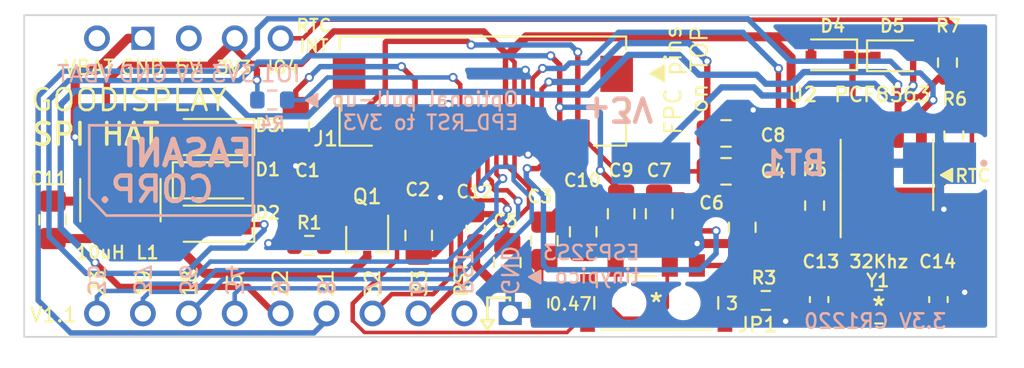
<source format=kicad_pcb>
(kicad_pcb (version 20211014) (generator pcbnew)
  (layers (0 "F.Cu" signal) (31 "B.Cu" signal) (34 "B.Paste" user) (35 "F.Paste" user) (36 "B.SilkS" user "B.Silkscreen") (37 "F.SilkS" user "F.Silkscreen") (38 "B.Mask" user) (39 "F.Mask" user) (44 "Edge.Cuts" user))
  (net 0 "")
  (net 2 "GND")
  (net 4 "+3V3")
  (net 6 "/EPD_RST")
  (net 7 "/EPD_BUSY")
  (net 8 "Net-(BT1-Pad1)")
  (net 9 "Net-(C13-Pad2)")
  (net 10 "/EPD_CS")
  (net 11 "/EPD_CLK")
  (net 12 "/EPD_DC")
  (net 13 "/EPD_MOSI")
  (net 14 "Net-(JP1-Pad3)")
  (net 15 "Net-(C1-Pad2)")
  (net 16 "Net-(JP1-Pad1)")
  (net 17 "/VCOM")
  (net 18 "Net-(C2-Pad2)")
  (net 19 "Net-(C3-Pad2)")
  (net 20 "Net-(C6-Pad2)")
  (net 21 "Net-(C7-Pad2)")
  (net 22 "Net-(C8-Pad2)")
  (net 23 "PREVGH")
  (net 24 "Net-(C10-Pad2)")
  (net 25 "Net-(C11-Pad1)")
  (net 26 "Net-(C11-Pad2)")
  (net 29 "Net-(J1-Pad22)")
  (net 30 "Net-(J1-Pad23)")
  (net 32 "Net-(C14-Pad2)")
  (net 33 "Net-(D4-Pad1)")
  (net 34 "/RTC_INT")
  (net 35 "/I2C_SDA")
  (net 36 "/I2C_SCL")
  (footprint "Capacitor_SMD:C_0805_2012Metric_Pad1.18x1.45mm_HandSolder" (layer "F.Cu") (at 98.95 48.5 90)
    (fp_text reference "C5")
    (fp_text value "1uF")
  )
  (footprint "Capacitor_SMD:C_0805_2012Metric_Pad1.18x1.45mm_HandSolder" (layer "F.Cu") (at 111.05 41.35 180)
    (fp_text reference "C8")
    (fp_text value "1uF")
  )
  (footprint "Capacitor_SMD:C_0805_2012Metric_Pad1.18x1.45mm_HandSolder" (layer "F.Cu") (at 87.25 40.95 90)
    (fp_text reference "C1")
    (fp_text value "4.7uF")
  )
  (footprint "Diode_SMD:D_SOD-323" (layer "F.Cu") (at 116.8 36.995 180)
    (fp_text reference "D4")
    (fp_text value "1N4148WS" hide)
  )
  (footprint "Package_TO_SOT_SMD:SOT-323_SC-70" (layer "F.Cu") (at 91.2 47.2 -90)
    (fp_text reference "Q1")
    (fp_text value "Si1308")
  )
  (footprint "Resistor_SMD:R_0603_1608Metric" (layer "F.Cu") (at 113.25 50.6)
    (fp_text reference "R3")
    (fp_text value "3R")
  )
  (footprint "Capacitor_SMD:C_0805_2012Metric_Pad1.18x1.45mm_HandSolder" (layer "F.Cu") (at 107.35 45.8 90)
    (fp_text reference "C7")
    (fp_text value "4.7uF")
  )
  (footprint "footprint:Q13FC1350000400-Crystal" (layer "F.Cu") (at 119.5 50.95 180)
    (fp_text reference "Y1")
    (fp_text value "Crystal_Small" hide)
  )
  (footprint "Capacitor_SMD:C_0603_1608Metric" (layer "F.Cu") (at 97.2 46.6 90)
    (fp_text reference "C12")
    (fp_text value "4.7uF")
  )
  (footprint "footprint:switch-MK-12C02-G020" (layer "F.Cu") (at 107.19 50.74)
    (fp_text reference "JP1")
    (fp_text value "selector" hide)
  )
  (footprint "Resistor_SMD:R_0603_1608Metric" (layer "F.Cu") (at 123.3 37.425 90)
    (fp_text reference "R7")
    (fp_text value "4.7K")
  )
  (footprint "Diode_SMD:D_SOD-123" (layer "F.Cu") (at 82.7 43.95)
    (fp_text reference "D1")
    (fp_text value "MBR0530" hide)
  )
  (footprint "Resistor_SMD:R_0603_1608Metric" (layer "F.Cu") (at 115.95 45.35 90)
    (fp_text reference "R5")
    (fp_text value "10 K")
  )
  (footprint "Capacitor_SMD:C_0805_2012Metric_Pad1.18x1.45mm_HandSolder" (layer "F.Cu") (at 105.25 45.8 90)
    (fp_text reference "C9")
    (fp_text value "4.7uF")
  )
  (footprint "Capacitor_SMD:C_0805_2012Metric_Pad1.18x1.45mm_HandSolder" (layer "F.Cu") (at 94.05 47 90)
    (fp_text reference "C2")
    (fp_text value "4.7uF")
  )
  (footprint "Diode_SMD:D_SOD-123" (layer "F.Cu") (at 82.7 41.55 180)
    (fp_text reference "D3")
    (fp_text value "MBR0530")
  )
  (footprint "Diode_SMD:D_SOD-323" (layer "F.Cu") (at 120.35 37.05)
    (fp_text reference "D5")
    (fp_text value "1N4148WS" hide)
  )
  (footprint "Resistor_SMD:R_0603_1608Metric" (layer "F.Cu") (at 100.7 50.75 90)
    (fp_text reference "R2" hide)
    (fp_text value "0.47R")
  )
  (footprint "Capacitor_SMD:C_0805_2012Metric_Pad1.18x1.45mm_HandSolder" (layer "F.Cu") (at 111.05 43.45 180)
    (fp_text reference "C4")
    (fp_text value "1uF")
  )
  (footprint "footprint:SWPA4030S1R0NT" (layer "F.Cu") (at 77.55 45.05 90)
    (fp_text reference "L1")
    (fp_text value "10uH")
  )
  (footprint "Resistor_SMD:R_0603_1608Metric" (layer "F.Cu") (at 88 47.55 180)
    (fp_text reference "R1")
    (fp_text value "10K")
  )
  (footprint "footprint:TinyESP32" (layer "F.Cu") (at 90.19 43.81 90)
    (fp_text reference "U1" hide)
    (fp_text value "TinypicoESP32_Symbol" hide)
  )
  (footprint "Capacitor_SMD:C_0805_2012Metric_Pad1.18x1.45mm_HandSolder" (layer "F.Cu") (at 111.95 46.55 90)
    (fp_text reference "C6")
    (fp_text value "1uF")
  )
  (footprint "footprint:AFC24-S24FIC-00" (layer "F.Cu") (at 97.6 39.004399 180)
    (fp_text reference "J1")
    (fp_text value "AFC24-S24FIC-00" hide)
  )
  (footprint "Resistor_SMD:R_0603_1608Metric" (layer "F.Cu") (at 123.65 41.475 90)
    (fp_text reference "R6")
    (fp_text value "4.7K")
  )
  (footprint "Capacitor_SMD:C_0805_2012Metric_Pad1.18x1.45mm_HandSolder" (layer "F.Cu") (at 103.15 46.8 90)
    (fp_text reference "C10")
    (fp_text value "4.7uF")
  )
  (footprint "Capacitor_SMD:C_0603_1608Metric" (layer "F.Cu") (at 116.2 50.55 -90)
    (fp_text reference "C13")
    (fp_text value "12 pF")
  )
  (footprint "Diode_SMD:D_SOD-123" (layer "F.Cu") (at 82.7 46.35 180)
    (fp_text reference "D2")
    (fp_text value "MBR0530" hide)
  )
  (footprint "Capacitor_SMD:C_0603_1608Metric" (layer "F.Cu") (at 122.8 50.55 -90)
    (fp_text reference "C14")
    (fp_text value "12 pF")
  )
  (footprint "Capacitor_SMD:C_0805_2012Metric_Pad1.18x1.45mm_HandSolder" (layer "F.Cu") (at 73.8 46.1375 -90)
    (fp_text reference "C11")
    (fp_text value "4.7uF 50V")
  )
  (footprint "Package_SO:SOIC-8_3.9x4.9mm_P1.27mm" (layer "F.Cu") (at 119.95 43.65 90)
    (fp_text reference "U2")
    (fp_text value "PCF8563T")
  )
  (footprint "Capacitor_SMD:C_0805_2012Metric_Pad1.18x1.45mm_HandSolder" (layer "F.Cu") (at 101 47.3 90)
    (fp_text reference "C3")
    (fp_text value "4.7uF")
  )
  (footprint "footprint:CR12202ZX" (layer "B.Cu") (at 114.71 43 180)
    (fp_text reference "BT1")
    (fp_text value "CR1220" hide)
  )
  (footprint "Resistor_SMD:R_0603_1608Metric" (layer "B.Cu") (at 85.95 39.5 180)
    (fp_text reference "R4")
    (fp_text value "10K")
  )
  (gr_line (start 84.875 40.9) (end 75.825 40.9) (layer "B.SilkS") (width 0.15))
  (gr_line (start 84.875 45.9) (end 84.875 40.9) (layer "B.SilkS") (width 0.15))
  (gr_line (start 75.825 40.9) (end 75.825 44.9) (layer "B.SilkS") (width 0.15))
  (gr_line (start 75.825 44.9) (end 76.775 45.9) (layer "B.SilkS") (width 0.15))
  (gr_line (start 76.775 45.9) (end 84.875 45.9) (layer "B.SilkS") (width 0.15))
  (gr_line (start 97.85 51.7) (end 97.85 50.45) (layer "F.SilkS") (width 0.15))
  (gr_line (start 97.85 52.2) (end 97.5 51.7) (layer "F.SilkS") (width 0.15))
  (gr_line (start 97.85 50.45) (end 99.1 50.45) (layer "F.SilkS") (width 0.15))
  (gr_line (start 97.55 51.7) (end 98.2 51.7) (layer "F.SilkS") (width 0.15))
  (gr_line (start 99.1 50.45) (end 99.1 50.6) (layer "F.SilkS") (width 0.15))
  (gr_line (start 98.2 51.7) (end 97.85 52.2) (layer "F.SilkS") (width 0.15))
  (gr_line (start 72.23 52.62) (end 126 52.62) (layer "Edge.Cuts") (width 0.1))
  (gr_line (start 72.23 34.8) (end 72.23 52.62) (layer "Edge.Cuts") (width 0.1))
  (gr_line (start 126 34.8) (end 72.23 34.8) (layer "Edge.Cuts") (width 0.1))
  (gr_line (start 126 52.62) (end 126 34.8) (layer "Edge.Cuts") (width 0.1))
  (gr_text "6" (at 93.985978 49.878571 270) (layer "B.SilkS") (effects (font (size 0.9 0.9) (thickness 0.13)) (justify mirror)))
  (gr_text "37" (at 78.740854 49.45 270) (layer "B.SilkS") (effects (font (size 0.9 0.9) (thickness 0.13)) (justify mirror)))
  (gr_text "GND" (at 99.067686 48.935714 270) (layer "B.SilkS") (effects (font (size 0.9 0.9) (thickness 0.13)) (justify mirror)))
  (gr_text "Optional pull-up ▶\nEPD_RST to 3V3" (at 99.65 40.1) (layer "B.SilkS") (effects (font (size 0.8 0.8) (thickness 0.13)) (justify left mirror)))
  (gr_text "GND" (at 78.8 38.05) (layer "B.SilkS") (effects (font (size 0.9 0.9) (thickness 0.13)) (justify mirror)))
  (gr_text "CORP." (at 79.525 44.45) (layer "B.SilkS") (effects (font (size 1.4 1.4) (thickness 0.25)) (justify mirror)))
  (gr_text "36" (at 81.281708 49.45 270) (layer "B.SilkS") (effects (font (size 0.9 0.9) (thickness 0.13)) (justify mirror)))
  (gr_text "IO1" (at 86.4 38.05) (layer "B.SilkS") (effects (font (size 0.9 0.9) (thickness 0.13)) (justify mirror)))
  (gr_text "8" (at 88.90427 49.878571 270) (layer "B.SilkS") (effects (font (size 0.9 0.9) (thickness 0.13)) (justify mirror)))
  (gr_text "FASANI" (at 81.275 42.45) (layer "B.SilkS") (effects (font (size 1.4 1.4) (thickness 0.3)) (justify mirror)))
  (gr_text "7" (at 91.445124 49.878571 270) (layer "B.SilkS") (effects (font (size 0.9 0.9) (thickness 0.13)) (justify mirror)))
  (gr_text "5V" (at 81.4 38.05) (layer "B.SilkS") (effects (font (size 0.9 0.9) (thickness 0.13)) (justify mirror)))
  (gr_text "3.3V CR1220" (at 119.3 51.75) (layer "B.SilkS") (effects (font (size 0.8 0.8) (thickness 0.14)) (justify mirror)))
  (gr_text "9" (at 86.363416 49.878571 270) (layer "B.SilkS") (effects (font (size 0.9 0.9) (thickness 0.13)) (justify mirror)))
  (gr_text "RST" (at 96.526832 49.085714 270) (layer "B.SilkS") (effects (font (size 0.9 0.9) (thickness 0.13)) (justify mirror)))
  (gr_text "34" (at 83.822562 49.45 270) (layer "B.SilkS") (effects (font (size 0.9 0.9) (thickness 0.13)) (justify mirror)))
  (gr_text "3V3" (at 83.8 38.05) (layer "B.SilkS") (effects (font (size 0.9 0.9) (thickness 0.13)) (justify mirror)))
  (gr_text "VBAT" (at 75.6 38.05) (layer "B.SilkS") (effects (font (size 0.9 0.9) (thickness 0.13)) (justify mirror)))
  (gr_text "+3V" (at 105.05 40 180) (layer "B.SilkS") (effects (font (size 1.27 1.27) (thickness 0.254)) (justify mirror)))
  (gr_text "ESP32S3\ntinypico ▶" (at 106.35 48.6) (layer "B.SilkS") (effects (font (size 0.8 0.8) (thickness 0.13)) (justify left mirror)))
  (gr_text "35" (at 76.2 49.45 270) (layer "B.SilkS") (effects (font (size 0.9 0.9) (thickness 0.13)) (justify mirror)))
  (gr_text "3V3" (at 83.85 37.7) (layer "F.SilkS") (effects (font (size 0.7 0.7) (thickness 0.12))))
  (gr_text "SPI HAT" (at 72.55 41.4) (layer "F.SilkS") (effects (font (size 1.2 1.2) (thickness 0.2)) (justify left)))
  (gr_text "32" (at 91.5 49.65 90) (layer "F.SilkS") (effects (font (size 0.8 0.8) (thickness 0.12))))
  (gr_text "18" (at 81.35 49.65 90) (layer "F.SilkS") (effects (font (size 0.8 0.8) (thickness 0.12))))
  (gr_text "23" (at 76.3 49.65 90) (layer "F.SilkS") (effects (font (size 0.8 0.8) (thickness 0.12))))
  (gr_text "33" (at 94.1 49.65 90) (layer "F.SilkS") (effects (font (size 0.8 0.8) (thickness 0.12))))
  (gr_text "19" (at 78.825 49.65 90) (layer "F.SilkS") (effects (font (size 0.8 0.8) (thickness 0.12))))
  (gr_text "22" (at 86.4 49.65 90) (layer "F.SilkS") (effects (font (size 0.8 0.8) (thickness 0.12))))
  (gr_text "5" (at 83.875 49.475001 90) (layer "F.SilkS") (effects (font (size 0.8 0.8) (thickness 0.12))))
  (gr_text "21" (at 88.925 49.65 90) (layer "F.SilkS") (effects (font (size 0.8 0.8) (thickness 0.12))))
  (gr_text "32Khz" (at 119.5 48.45) (layer "F.SilkS") (effects (font (size 0.7 0.7) (thickness 0.13))))
  (gr_text "5V" (at 81.3 37.7) (layer "F.SilkS") (effects (font (size 0.8 0.8) (thickness 0.12))))
  (gr_text "V1.1" (at 73.85 51.4) (layer "F.SilkS") (effects (font (size 0.8 0.8) (thickness 0.12))))
  (gr_text "3" (at 111.39 50.77) (layer "F.SilkS") (effects (font (size 0.7 0.7) (thickness 0.12))))
  (gr_text "0.47" (at 102.45 50.8) (layer "F.SilkS") (effects (font (size 0.7 0.7) (thickness 0.12))))
  (gr_text "GND" (at 78.75 37.7) (layer "F.SilkS") (effects (font (size 0.8 0.8) (thickness 0.12))))
  (gr_text "◀" (at 107.25 37.95) (layer "F.SilkS") (effects (font (size 1 1) (thickness 0.12))))
  (gr_text "◀" (at 123.25 43.6) (layer "F.SilkS") (effects (font (size 0.8 0.8) (thickness 0.12))))
  (gr_text "RST" (at 96.4 49.45 90) (layer "F.SilkS") (effects (font (size 0.7 0.7) (thickness 0.12))))
  (gr_text "IO4" (at 86.55 37.7) (layer "F.SilkS") (effects (font (size 0.7 0.7) (thickness 0.12))))
  (gr_text "FPC pins\non TOP" (at 108.85 35.3 90) (layer "F.SilkS") (effects (font (size 0.9 0.9) (thickness 0.12)) (justify right)))
  (gr_text "PCF8563" (at 119.7 39.2) (layer "F.SilkS") (effects (font (size 0.8 0.8) (thickness 0.13))))
  (gr_text "GOODISPLAY" (at 72.5 39.5) (layer "F.SilkS") (effects (font (size 1.2 1.2)) (justify left)))
  (gr_text "RTC" (at 124.7 43.7) (layer "F.SilkS") (effects (font (size 0.7 0.7) (thickness 0.13))))
  (gr_text "VBAT" (at 75.825 37.7) (layer "F.SilkS") (effects (font (size 0.8 0.8) (thickness 0.12))))
  (gr_text "RTC\nINT" (at 88.25 35.95) (layer "F.SilkS") (effects (font (size 0.7 0.7) (thickness 0.12))))
  (segment (start 99.850001 41.199999) (end 99.850001 42.250001) (width 0.25) (layer "F.Cu") (net 2))
  (segment (start 122.8 49.725) (end 123.825 49.725) (width 0.5) (layer "F.Cu") (net 2))
  (segment (start 114.125 49.775) (end 114.075 49.725) (width 0.5) (layer "F.Cu") (net 2))
  (segment (start 97.2 47.375) (end 97.2 48.65) (width 0.5) (layer "F.Cu") (net 2))
  (segment (start 112.0875 43.45) (end 112.0875 41.35) (width 0.5) (layer "F.Cu") (net 2))
  (segment (start 112.0875 40.5125) (end 112.55 40.05) (width 0.5) (layer "F.Cu") (net 2))
  (segment (start 101 48.05) (end 101.2125 47.8375) (width 0.5) (layer "F.Cu") (net 2))
  (segment (start 109.4 47.45) (end 109.45 47.45) (width 0.5) (layer "F.Cu") (net 2))
  (segment (start 94.05 48.0375) (end 94.9125 48.0375) (width 0.35) (layer "F.Cu") (net 2))
  (segment (start 114.075 51.475) (end 114.35 51.75) (width 0.3) (layer "F.Cu") (net 2))
  (segment (start 104.0625 46.8375) (end 105.25 46.8375) (width 0.5) (layer "F.Cu") (net 2))
  (segment (start 95.349999 41.199999) (end 95.349999 40.100001) (width 0.25) (layer "F.Cu") (net 2))
  (segment (start 105.25 46.8375) (end 107.35 46.8375) (width 0.5) (layer "F.Cu") (net 2))
  (segment (start 114.075 49.725) (end 114.075 50.6) (width 0.5) (layer "F.Cu") (net 2))
  (segment (start 95.25 47.7) (end 95.25 44.9) (width 0.35) (layer "F.Cu") (net 2))
  (segment (start 99.850001 41.199999) (end 99.850001 37.949999) (width 0.25) (layer "F.Cu") (net 2))
  (segment (start 76.2 37.85) (end 75.4 37.85) (width 0.5) (layer "F.Cu") (net 2))
  (segment (start 114.075 50.6) (end 114.075 51.475) (width 0.3) (layer "F.Cu") (net 2))
  (segment (start 99.850001 37.949999) (end 99.95 37.85) (width 0.25) (layer "F.Cu") (net 2))
  (segment (start 108.7875 46.8375) (end 109.4 47.45) (width 0.5) (layer "F.Cu") (net 2))
  (segment (start 107.35 46.8375) (end 108.7875 46.8375) (width 0.5) (layer "F.Cu") (net 2))
  (segment (start 101.2125 47.8375) (end 103.15 47.8375) (width 0.5) (layer "F.Cu") (net 2))
  (segment (start 103.15 47.75) (end 104.0625 46.8375) (width 0.5) (layer "F.Cu") (net 2))
  (segment (start 99.114 51.32) (end 99.114 49.7015) (width 0.5) (layer "F.Cu") (net 2))
  (segment (start 100.7 49.925) (end 99.3375 49.925) (width 0.5) (layer "F.Cu") (net 2))
  (segment (start 75.4 37.85) (end 75.05 38.2) (width 0.5) (layer "F.Cu") (net 2))
  (segment (start 77.97 36.08) (end 76.2 37.85) (width 0.5) (layer "F.Cu") (net 2))
  (segment (start 97.2 48.65) (end 98.0875 49.5375) (width 0.5) (layer "F.Cu") (net 2))
  (segment (start 85.95 47.65) (end 85.75 47.45) (width 0.25) (layer "F.Cu") (net 2))
  (segment (start 122.525 46.125) (end 123.1 45.55) (width 0.5) (layer "F.Cu") (net 2))
  (segment (start 111.8 47.45) (end 111.95 47.6) (width 0.5) (layer "F.Cu") (net 2))
  (segment (start 99.850001 42.250001) (end 100.1 42.5) (width 0.25) (layer "F.Cu") (net 2))
  (segment (start 109.45 47.45) (end 111.8 47.45) (width 0.5) (layer "F.Cu") (net 2))
  (segment (start 98.95 49.5375) (end 98.0875 49.5375) (width 0.5) (layer "F.Cu") (net 2))
  (segment (start 78.794 36.08) (end 77.97 36.08) (width 0.5) (layer "F.Cu") (net 2))
  (segment (start 100.7 48.6375) (end 101 48.3375) (width 0.5) (layer "F.Cu") (net 2))
  (segment (start 75.05 38.2) (end 75.05 41.55) (width 0.5) (layer "F.Cu") (net 2))
  (segment (start 95.349999 40.100001) (end 95.7 39.75) (width 0.25) (layer "F.Cu") (net 2))
  (segment (start 123.825 49.725) (end 124.25 50.15) (width 0.5) (layer "F.Cu") (net 2))
  (segment (start 112.0875 41.35) (end 112.0875 40.5125) (width 0.5) (layer "F.Cu") (net 2))
  (segment (start 84.35 41.55) (end 86.8125 41.55) (width 0.5) (layer "F.Cu") (net 2))
  (segment (start 94.9125 48.0375) (end 95.25 47.7) (width 0.35) (layer "F.Cu") (net 2))
  (segment (start 86.85 47.65) (end 85.95 47.65) (width 0.25) (layer "F.Cu") (net 2))
  (segment (start 100.7 49.925) (end 100.7 48.6375) (width 0.5) (layer "F.Cu") (net 2))
  (segment (start 103.15 47.8375) (end 103.15 47.75) (width 0.5) (layer "F.Cu") (net 2))
  (segment (start 121.855 46.125) (end 122.525 46.125) (width 0.5) (layer "F.Cu") (net 2))
  (segment (start 101 48.3375) (end 101 48.05) (width 0.5) (layer "F.Cu") (net 2))
  (segment (start 111.95 47.6) (end 114.075 49.725) (width 0.5) (layer "F.Cu") (net 2))
  (segment (start 86.8125 41.55) (end 87.25 41.9875) (width 0.5) (layer "F.Cu") (net 2))
  (segment (start 116.2 49.775) (end 114.125 49.775) (width 0.5) (layer "F.Cu") (net 2))
  (segment (start 99.3375 49.925) (end 98.95 49.5375) (width 0.5) (layer "F.Cu") (net 2))
  (segment (start 87.25 41.9875) (end 87.25 43.15) (width 0.3) (layer "F.Cu") (net 2))
  (via (at 100.1 42.5) (size 0.5) (drill 0.3) (layers "F.Cu" "B.Cu") (net 2))
  (via (at 95.25 44.9) (size 0.5) (drill 0.3) (layers "F.Cu" "B.Cu") (net 2))
  (via (at 124.25 50.15) (size 0.5) (drill 0.3) (layers "F.Cu" "B.Cu") (net 2))
  (via (at 109.45 47.45) (size 0.5) (drill 0.3) (layers "F.Cu" "B.Cu") (net 2))
  (via (at 114.35 51.75) (size 0.5) (drill 0.3) (layers "F.Cu" "B.Cu") (net 2))
  (via (at 75.05 41.55) (size 0.5) (drill 0.3) (layers "F.Cu" "B.Cu") (net 2))
  (via (at 87.25 43.15) (size 0.5) (drill 0.3) (layers "F.Cu" "B.Cu") (net 2))
  (via (at 85.75 47.45) (size 0.5) (drill 0.3) (layers "F.Cu" "B.Cu") (net 2))
  (via (at 123.1 45.55) (size 0.5) (drill 0.3) (layers "F.Cu" "B.Cu") (net 2))
  (via (at 112.55 40.05) (size 0.5) (drill 0.3) (layers "F.Cu" "B.Cu") (net 2))
  (via (at 99.95 37.85) (size 0.5) (drill 0.3) (layers "F.Cu" "B.Cu") (net 2))
  (via (at 95.7 39.75) (size 0.5) (drill 0.3) (layers "F.Cu" "B.Cu") (net 2))
  (segment (start 98.975 37.025) (end 98.85 36.9) (width 0.25) (layer "F.Cu") (net 4))
  (segment (start 100 36) (end 98.975 37.025) (width 0.5) (layer "F.Cu") (net 4))
  (segment (start 97.2 45.825) (end 98.175 45.825) (width 0.35) (layer "F.Cu") (net 4))
  (segment (start 113.2 36) (end 100 36) (width 0.5) (layer "F.Cu") (net 4))
  (segment (start 83.874 36.624) (end 84.75 37.5) (width 0.35) (layer "F.Cu") (net 4))
  (segment (start 100.15 45.4) (end 98.95 46.6) (width 0.25) (layer "F.Cu") (net 4))
  (segment (start 89.35 35.7) (end 97.65 35.7) (width 0.35) (layer "F.Cu") (net 4))
  (segment (start 98.85 36.9) (end 98.85 41.65) (width 0.3) (layer "F.Cu") (net 4))
  (segment (start 83.874 36.326) (end 82.65 37.55) (width 0.35) (layer "F.Cu") (net 4))
  (segment (start 114.65 37.15) (end 114.65 45.8) (width 0.5) (layer "F.Cu") (net 4))
  (segment (start 84.75 37.5) (end 85.1 37.85) (width 0.35) (layer "F.Cu") (net 4))
  (segment (start 97.65 35.7) (end 98.85 36.9) (width 0.35) (layer "F.Cu") (net 4))
  (segment (start 98.175 45.825) (end 98.95 46.6) (width 0.35) (layer "F.Cu") (net 4))
  (segment (start 115.75 36.6) (end 115.15 36) (width 0.35) (layer "F.Cu") (net 4))
  (segment (start 76.8 38.55) (end 76.8 43.45) (width 0.35) (layer "F.Cu") (net 4))
  (segment (start 115.15 36) (end 123.1 36) (width 0.5) (layer "F.Cu") (net 4))
  (segment (start 99.35 37.4) (end 98.975 37.025) (width 0.25) (layer "F.Cu") (net 4))
  (segment (start 82.55 37.404) (end 83.874 36.08) (width 0.35) (layer "F.Cu") (net 4))
  (segment (start 124.15 40.15) (end 124.15 36.8) (width 0.3) (layer "F.Cu") (net 4))
  (segment (start 98.85 43.05) (end 99.35 43.55) (width 0.25) (layer "F.Cu") (net 4))
  (segment (start 115.025 46.175) (end 115.95 46.175) (width 0.5) (layer "F.Cu") (net 4))
  (segment (start 115.15 36) (end 113.2 36) (width 0.5) (layer "F.Cu") (net 4))
  (segment (start 115.75 36.995) (end 115.75 36.6) (width 0.35) (layer "F.Cu") (net 4))
  (segment (start 123.1 36) (end 123.3 36.2) (width 0.5) (layer "F.Cu") (net 4))
  (segment (start 99.35 41.65) (end 99.35 43.55) (width 0.25) (layer "F.Cu") (net 4))
  (segment (start 123.65 40.65) (end 124.15 40.15) (width 0.3) (layer "F.Cu") (net 4))
  (segment (start 84.75 37.5) (end 87.55 37.5) (width 0.35) (layer "F.Cu") (net 4))
  (segment (start 123.3 36.2) (end 123.3 36.6) (width 0.5) (layer "F.Cu") (net 4))
  (segment (start 85.1 37.85) (end 85.1 38.4) (width 0.35) (layer "F.Cu") (net 4))
  (segment (start 87.55 37.5) (end 89.35 35.7) (width 0.35) (layer "F.Cu") (net 4))
  (segment (start 113.5 36) (end 114.65 37.15) (width 0.5) (layer "F.Cu") (net 4))
  (segment (start 113.2 36) (end 113.5 36) (width 0.5) (layer "F.Cu") (net 4))
  (segment (start 98.85 41.65) (end 98.85 43.05) (width 0.25) (layer "F.Cu") (net 4))
  (segment (start 114.65 45.8) (end 115.025 46.175) (width 0.5) (layer "F.Cu") (net 4))
  (segment (start 77.8 37.55) (end 76.8 38.55) (width 0.35) (layer "F.Cu") (net 4))
  (segment (start 82.65 37.55) (end 77.8 37.55) (width 0.35) (layer "F.Cu") (net 4))
  (segment (start 100.15 44.35) (end 100.15 45.4) (width 0.25) (layer "F.Cu") (net 4))
  (segment (start 123.95 36.6) (end 123.3 36.6) (width 0.3) (layer "F.Cu") (net 4))
  (segment (start 99.35 41.65) (end 99.35 37.4) (width 0.25) (layer "F.Cu") (net 4))
  (segment (start 83.874 36.08) (end 83.874 36.326) (width 0.35) (layer "F.Cu") (net 4))
  (segment (start 98.95 46.6) (end 98.95 47.4625) (width 0.25) (layer "F.Cu") (net 4))
  (segment (start 124.15 36.8) (end 123.95 36.6) (width 0.3) (layer "F.Cu") (net 4))
  (segment (start 99.35 43.55) (end 100.15 44.35) (width 0.25) (layer "F.Cu") (net 4))
  (via (at 85.1 38.4) (size 0.5) (drill 0.3) (layers "F.Cu" "B.Cu") (net 4))
  (segment (start 85.125 39.5) (end 85.125 38.425) (width 0.25) (layer "B.Cu") (net 4))
  (segment (start 85.125 38.425) (end 85.1 38.4) (width 0.25) (layer "B.Cu") (net 4))
  (segment (start 94.63 51.32) (end 94.034 51.32) (width 0.3) (layer "F.Cu") (net 6))
  (segment (start 96.35 38.65) (end 95.95 38.25) (width 0.25) (layer "F.Cu") (net 6))
  (segment (start 96.35 49.6) (end 94.63 51.32) (width 0.3) (layer "F.Cu") (net 6))
  (segment (start 96.35 41.199999) (end 96.35 38.65) (width 0.25) (layer "F.Cu") (net 6))
  (segment (start 96.35 41.65) (end 96.35 49.6) (width 0.3) (layer "F.Cu") (net 6))
  (via (at 95.95 38.25) (size 0.5) (drill 0.3) (layers "F.Cu" "B.Cu") (net 6))
  (segment (start 89 38.25) (end 87.75 39.5) (width 0.25) (layer "B.Cu") (net 6))
  (segment (start 87.75 39.5) (end 86.775 39.5) (width 0.25) (layer "B.Cu") (net 6))
  (segment (start 95.95 38.25) (end 89 38.25) (width 0.25) (layer "B.Cu") (net 6))
  (segment (start 95.85 49.25) (end 94.85 50.25) (width 0.25) (layer "F.Cu") (net 7))
  (segment (start 94.85 50.25) (end 92.564 50.25) (width 0.25) (layer "F.Cu") (net 7))
  (segment (start 92.564 50.25) (end 91.494 51.32) (width 0.25) (layer "F.Cu") (net 7))
  (segment (start 95.85 41.65) (end 95.85 49.25) (width 0.25) (layer "F.Cu") (net 7))
  (segment (start 121.4 38.7) (end 121.4 37.05) (width 0.35) (layer "F.Cu") (net 8))
  (via (at 121.4 38.7) (size 0.5) (drill 0.3) (layers "F.Cu" "B.Cu") (net 8))
  (segment (start 121.4 38.85) (end 120.8 39.45) (width 0.35) (layer "B.Cu") (net 8))
  (segment (start 120.8 39.45) (end 120.1 39.45) (width 0.35) (layer "B.Cu") (net 8))
  (segment (start 121.4 38.7) (end 121.4 38.85) (width 0.35) (layer "B.Cu") (net 8))
  (segment (start 120.1 39.45) (end 119.25 38.6) (width 0.35) (layer "B.Cu") (net 8))
  (segment (start 115.7 38.6) (end 115.05 39.25) (width 0.35) (layer "B.Cu") (net 8))
  (segment (start 115.05 39.25) (end 113.05 39.25) (width 0.35) (layer "B.Cu") (net 8))
  (segment (start 113.05 39.25) (end 112.6 38.8) (width 0.35) (layer "B.Cu") (net 8))
  (segment (start 110.8 38.8) (end 106.895 42.705) (width 0.35) (layer "B.Cu") (net 8))
  (segment (start 119.25 38.6) (end 115.7 38.6) (width 0.35) (layer "B.Cu") (net 8))
  (segment (start 112.6 38.8) (end 110.8 38.8) (width 0.35) (layer "B.Cu") (net 8))
  (segment (start 118.045 50.5872) (end 118.4078 50.95) (width 0.35) (layer "F.Cu") (net 9))
  (segment (start 118.045 46.125) (end 118.045 50.5872) (width 0.35) (layer "F.Cu") (net 9))
  (segment (start 116.2 51.325) (end 118.0328 51.325) (width 0.5) (layer "F.Cu") (net 9))
  (segment (start 118.0328 51.325) (end 118.4078 50.95) (width 0.5) (layer "F.Cu") (net 9))
  (segment (start 97.35 44.25) (end 97.5 44.4) (width 0.25) (layer "F.Cu") (net 10))
  (segment (start 97.35 41.65) (end 97.35 44.25) (width 0.25) (layer "F.Cu") (net 10))
  (via (at 97.5 44.4) (size 0.5) (drill 0.3) (layers "F.Cu" "B.Cu") (net 10))
  (segment (start 99.25 43.2) (end 98.35 43.2) (width 0.25) (layer "B.Cu") (net 10))
  (segment (start 97.5 44.05) (end 97.5 44.4) (width 0.25) (layer "B.Cu") (net 10))
  (segment (start 93.77 49.93) (end 96.52 49.93) (width 0.25) (layer "B.Cu") (net 10))
  (segment (start 100.3 46.15) (end 100.3 44.95) (width 0.25) (layer "B.Cu") (net 10))
  (segment (start 84.17 49.93) (end 83.874 50.226) (width 0.25) (layer "B.Cu") (net 10))
  (segment (start 98.35 43.2) (end 97.5 44.05) (width 0.25) (layer "B.Cu") (net 10))
  (segment (start 99.3 43.25) (end 99.25 43.2) (width 0.25) (layer "B.Cu") (net 10))
  (segment (start 99.65 44.3) (end 99.3 43.95) (width 0.25) (layer "B.Cu") (net 10))
  (segment (start 99.8 44.45) (end 99.65 44.3) (width 0.25) (layer "B.Cu") (net 10))
  (segment (start 100.3 44.95) (end 99.8 44.45) (width 0.25) (layer "B.Cu") (net 10))
  (segment (start 99.3 43.95) (end 99.3 43.25) (width 0.25) (layer "B.Cu") (net 10))
  (segment (start 93.77 49.93) (end 84.17 49.93) (width 0.25) (layer "B.Cu") (net 10))
  (segment (start 83.874 50.226) (end 83.874 51.32) (width 0.25) (layer "B.Cu") (net 10))
  (segment (start 96.52 49.93) (end 100.3 46.15) (width 0.25) (layer "B.Cu") (net 10))
  (segment (start 98.95 44.5) (end 99.55 45.1) (width 0.25) (layer "F.Cu") (net 11))
  (segment (start 98.1 44) (end 98.1 44.35) (width 0.25) (layer "F.Cu") (net 11))
  (segment (start 97.85 43.75) (end 98.1 44) (width 0.25) (layer "F.Cu") (net 11))
  (segment (start 98.25 44.5) (end 98.1 44.35) (width 0.25) (layer "F.Cu") (net 11))
  (segment (start 98.95 44.5) (end 98.25 44.5) (width 0.25) (layer "F.Cu") (net 11))
  (segment (start 97.85 41.65) (end 97.85 43.75) (width 0.25) (layer "F.Cu") (net 11))
  (via (at 99.55 45.1) (size 0.5) (drill 0.3) (layers "F.Cu" "B.Cu") (net 11))
  (segment (start 99.55 46) (end 99.55 45.1) (width 0.25) (layer "B.Cu") (net 11))
  (segment (start 83.234 49.42) (end 93.42 49.42) (width 0.25) (layer "B.Cu") (net 11))
  (segment (start 81.35 51.304) (end 83.194 49.46) (width 0.25) (layer "B.Cu") (net 11))
  (segment (start 81.334 51.32) (end 81.35 51.304) (width 0.25) (layer "B.Cu") (net 11))
  (segment (start 83.194 49.46) (end 83.234 49.42) (width 0.25) (layer "B.Cu") (net 11))
  (segment (start 93.42 49.42) (end 96.13 49.42) (width 0.25) (layer "B.Cu") (net 11))
  (segment (start 96.13 49.42) (end 99.55 46) (width 0.25) (layer "B.Cu") (net 11))
  (segment (start 98.95 45.55) (end 98.95 45.3) (width 0.25) (layer "F.Cu") (net 12))
  (segment (start 96.85 44.6) (end 96.85 41.65) (width 0.25) (layer "F.Cu") (net 12))
  (segment (start 97.3 45.05) (end 96.85 44.6) (width 0.25) (layer "F.Cu") (net 12))
  (segment (start 98.7 45.05) (end 97.3 45.05) (width 0.25) (layer "F.Cu") (net 12))
  (segment (start 98.95 45.3) (end 98.7 45.05) (width 0.25) (layer "F.Cu") (net 12))
  (via (at 98.95 45.55) (size 0.5) (drill 0.3) (layers "F.Cu" "B.Cu") (net 12))
  (segment (start 79.175 50.125) (end 78.794 50.506) (width 0.25) (layer "B.Cu") (net 12))
  (segment (start 78.794 50.506) (end 78.794 51.32) (width 0.25) (layer "B.Cu") (net 12))
  (segment (start 95.875 48.925) (end 98.95 45.85) (width 0.25) (layer "B.Cu") (net 12))
  (segment (start 82.825 48.925) (end 81.625 50.125) (width 0.25) (layer "B.Cu") (net 12))
  (segment (start 98.95 45.85) (end 98.95 45.55) (width 0.25) (layer "B.Cu") (net 12))
  (segment (start 93.375 48.925) (end 82.825 48.925) (width 0.25) (layer "B.Cu") (net 12))
  (segment (start 81.625 50.125) (end 79.175 50.125) (width 0.25) (layer "B.Cu") (net 12))
  (segment (start 93.375 48.925) (end 95.875 48.925) (width 0.25) (layer "B.Cu") (net 12))
  (segment (start 98.35 43.6) (end 98.35 41.65) (width 0.25) (layer "F.Cu") (net 13))
  (segment (start 98.6 43.85) (end 98.35 43.6) (width 0.25) (layer "F.Cu") (net 13))
  (segment (start 98.7 43.85) (end 98.6 43.85) (width 0.25) (layer "F.Cu") (net 13))
  (via (at 98.7 43.85) (size 0.5) (drill 0.3) (layers "F.Cu" "B.Cu") (net 13))
  (segment (start 78.45 50.075) (end 76.575 50.075) (width 0.25) (layer "B.Cu") (net 13))
  (segment (start 92.75 48.45) (end 95.65 48.45) (width 0.25) (layer "B.Cu") (net 13))
  (segment (start 76.254 50.396) (end 76.254 51.32) (width 0.25) (layer "B.Cu") (net 13))
  (segment (start 82.525 48.45) (end 81.3 49.675) (width 0.25) (layer "B.Cu") (net 13))
  (segment (start 78.85 49.675) (end 78.45 50.075) (width 0.25) (layer "B.Cu") (net 13))
  (segment (start 92.75 48.45) (end 82.525 48.45) (width 0.25) (layer "B.Cu") (net 13))
  (segment (start 98.35 44.2) (end 98.7 43.85) (width 0.25) (layer "B.Cu") (net 13))
  (segment (start 81.3 49.675) (end 78.85 49.675) (width 0.25) (layer "B.Cu") (net 13))
  (segment (start 95.65 48.45) (end 98.35 45.75) (width 0.25) (layer "B.Cu") (net 13))
  (segment (start 98.35 45.75) (end 98.35 44.2) (width 0.25) (layer "B.Cu") (net 13))
  (segment (start 76.575 50.075) (end 76.254 50.396) (width 0.25) (layer "B.Cu") (net 13))
  (segment (start 112.425 49.425) (end 112.425 50.6) (width 0.3) (layer "F.Cu") (net 14))
  (segment (start 109.4379 48.66482) (end 111.66482 48.66482) (width 0.3) (layer "F.Cu") (net 14))
  (segment (start 111.66482 48.66482) (end 112.425 49.425) (width 0.3) (layer "F.Cu") (net 14))
  (segment (start 88 38.25) (end 87.25 39) (width 0.3) (layer "F.Cu") (net 15))
  (segment (start 93.85 41.65) (end 93.85 38.4) (width 0.3) (layer "F.Cu") (net 15))
  (segment (start 87.25 39) (end 87.25 39.9125) (width 0.3) (layer "F.Cu") (net 15))
  (segment (start 93.85 38.4) (end 93.1 37.65) (width 0.3) (layer "F.Cu") (net 15))
  (via (at 88 38.25) (size 0.5) (drill 0.3) (layers "F.Cu" "B.Cu") (net 15))
  (via (at 93.1 37.65) (size 0.5) (drill 0.3) (layers "F.Cu" "B.Cu") (net 15))
  (segment (start 88.6 37.65) (end 88 38.25) (width 0.3) (layer "B.Cu") (net 15))
  (segment (start 93.1 37.65) (end 88.6 37.65) (width 0.3) (layer "B.Cu") (net 15))
  (segment (start 102.2 50.88) (end 102.2 51.35) (width 0.2) (layer "F.Cu") (net 16))
  (segment (start 102.2 50.88) (end 102.54 50.54) (width 0.2) (layer "F.Cu") (net 16))
  (segment (start 102.54 50.54) (end 104.42 50.54) (width 0.2) (layer "F.Cu") (net 16))
  (segment (start 101.925 51.625) (end 101.2 51.625) (width 0.2) (layer "F.Cu") (net 16))
  (segment (start 102.2 51.35) (end 101.925 51.625) (width 0.2) (layer "F.Cu") (net 16))
  (segment (start 104.9421 50.0179) (end 104.9421 48.66482) (width 0.2) (layer "F.Cu") (net 16))
  (segment (start 104.42 50.54) (end 104.9421 50.0179) (width 0.2) (layer "F.Cu") (net 16))
  (segment (start 103.350001 41.800001) (end 105 43.45) (width 0.25) (layer "F.Cu") (net 17))
  (segment (start 103.350001 41.199999) (end 103.350001 41.800001) (width 0.25) (layer "F.Cu") (net 17))
  (segment (start 105 43.45) (end 110.0125 43.45) (width 0.25) (layer "F.Cu") (net 17))
  (segment (start 93.350001 41.199999) (end 93.35 43.85) (width 0.25) (layer "F.Cu") (net 18))
  (segment (start 94.05 44.55) (end 94.05 45.9625) (width 0.3) (layer "F.Cu") (net 18))
  (segment (start 93.35 43.85) (end 94.05 44.55) (width 0.3) (layer "F.Cu") (net 18))
  (segment (start 102.35 44.9125) (end 101 46.2625) (width 0.25) (layer "F.Cu") (net 19))
  (segment (start 102.350001 41.199999) (end 102.35 44.9125) (width 0.25) (layer "F.Cu") (net 19))
  (segment (start 113.375 45.525) (end 113.95 44.95) (width 0.3) (layer "F.Cu") (net 20))
  (segment (start 113.95 44.95) (end 113.95 37.75) (width 0.3) (layer "F.Cu") (net 20))
  (segment (start 113.3625 45.5125) (end 111.95 45.5125) (width 0.3) (layer "F.Cu") (net 20))
  (segment (start 100.35 41.199999) (end 100.35 38.3) (width 0.25) (layer "F.Cu") (net 20))
  (segment (start 113.375 45.525) (end 113.3625 45.5125) (width 0.3) (layer "F.Cu") (net 20))
  (segment (start 100.35 38.3) (end 100.9 37.75) (width 0.25) (layer "F.Cu") (net 20))
  (via (at 113.95 37.75) (size 0.5) (drill 0.3) (layers "F.Cu" "B.Cu") (net 20))
  (via (at 100.9 37.75) (size 0.5) (drill 0.3) (layers "F.Cu" "B.Cu") (net 20))
  (segment (start 113.95 37.75) (end 112 35.8) (width 0.3) (layer "B.Cu") (net 20))
  (segment (start 112 35.75) (end 105.1 35.75) (width 0.3) (layer "B.Cu") (net 20))
  (segment (start 103.4 37.45) (end 102.4 37.45) (width 0.3) (layer "B.Cu") (net 20))
  (segment (start 102.1 37.75) (end 100.9 37.75) (width 0.3) (layer "B.Cu") (net 20))
  (segment (start 112 35.8) (end 112 35.75) (width 0.3) (layer "B.Cu") (net 20))
  (segment (start 102.4 37.45) (end 102.1 37.75) (width 0.3) (layer "B.Cu") (net 20))
  (segment (start 105.1 35.75) (end 103.4 37.45) (width 0.3) (layer "B.Cu") (net 20))
  (segment (start 109.65 46.75) (end 110.5 46.75) (width 0.3) (layer "F.Cu") (net 21))
  (segment (start 108.85 45.5) (end 108.85 44.95) (width 0.3) (layer "F.Cu") (net 21))
  (segment (start 101.35 42.6) (end 100.65 43.3) (width 0.3) (layer "F.Cu") (net 21))
  (segment (start 108.85 45.95) (end 109.65 46.75) (width 0.3) (layer "F.Cu") (net 21))
  (segment (start 108.85 45.5) (end 108.85 45.95) (width 0.3) (layer "F.Cu") (net 21))
  (segment (start 101.35 41.65) (end 101.35 42.6) (width 0.3) (layer "F.Cu") (net 21))
  (segment (start 100.65 43.3) (end 100.05 43.3) (width 0.3) (layer "F.Cu") (net 21))
  (segment (start 108.85 44.95) (end 108.6625 44.7625) (width 0.3) (layer "F.Cu") (net 21))
  (segment (start 108.6625 44.7625) (end 107.35 44.7625) (width 0.3) (layer "F.Cu") (net 21))
  (via (at 110.5 46.75) (size 0.5) (drill 0.3) (layers "F.Cu" "B.Cu") (net 21))
  (via (at 100.05 43.3) (size 0.5) (drill 0.3) (layers "F.Cu" "B.Cu") (net 21))
  (segment (start 100 43.35) (end 100.05 43.3) (width 0.3) (layer "B.Cu") (net 21))
  (segment (start 110.5 48) (end 109.6 48.9) (width 0.3) (layer "B.Cu") (net 21))
  (segment (start 109.6 48.9) (end 101.2 48.9) (width 0.3) (layer "B.Cu") (net 21))
  (segment (start 100.95 48.65) (end 100.95 44.8) (width 0.3) (layer "B.Cu") (net 21))
  (segment (start 101.2 48.9) (end 100.95 48.65) (width 0.3) (layer "B.Cu") (net 21))
  (segment (start 100 43.85) (end 100 43.35) (width 0.3) (layer "B.Cu") (net 21))
  (segment (start 110.5 46.75) (end 110.5 48) (width 0.3) (layer "B.Cu") (net 21))
  (segment (start 100.95 44.8) (end 100 43.85) (width 0.3) (layer "B.Cu") (net 21))
  (segment (start 110.0125 41.35) (end 110.0125 37.3625) (width 0.35) (layer "F.Cu") (net 22))
  (segment (start 100.850001 38.899999) (end 101.25 38.5) (width 0.25) (layer "F.Cu") (net 22))
  (segment (start 110.0125 37.3625) (end 110 37.35) (width 0.35) (layer "F.Cu") (net 22))
  (segment (start 100.850001 41.199999) (end 100.850001 38.899999) (width 0.25) (layer "F.Cu") (net 22))
  (via (at 101.25 38.5) (size 0.5) (drill 0.3) (layers "F.Cu" "B.Cu") (net 22))
  (via (at 110 37.35) (size 0.5) (drill 0.3) (layers "F.Cu" "B.Cu") (net 22))
  (segment (start 109 36.35) (end 110 37.35) (width 0.35) (layer "B.Cu") (net 22))
  (segment (start 103.1 38.5) (end 101.25 38.5) (width 0.35) (layer "B.Cu") (net 22))
  (segment (start 105.25 36.35) (end 109 36.35) (width 0.35) (layer "B.Cu") (net 22))
  (segment (start 105.25 36.35) (end 103.1 38.5) (width 0.35) (layer "B.Cu") (net 22))
  (segment (start 101.85 37.55) (end 101.35 37.05) (width 0.3) (layer "F.Cu") (net 23))
  (segment (start 85.5 46.4) (end 84.4 46.4) (width 0.3) (layer "F.Cu") (net 23))
  (segment (start 104.1 43.4) (end 105.25 44.55) (width 0.3) (layer "F.Cu") (net 23))
  (segment (start 105.25 44.6) (end 105.25 44.7625) (width 0.25) (layer "F.Cu") (net 23))
  (segment (start 84.4 46.4) (end 84.35 46.35) (width 0.3) (layer "F.Cu") (net 23))
  (segment (start 101.85 39.9) (end 101.85 37.55) (width 0.3) (layer "F.Cu") (net 23))
  (segment (start 101.85 41.65) (end 101.85 39.9) (width 0.3) (layer "F.Cu") (net 23))
  (via (at 101.35 37.05) (size 0.5) (drill 0.3) (layers "F.Cu" "B.Cu") (net 23))
  (via (at 104.1 43.4) (size 0.5) (drill 0.3) (layers "F.Cu" "B.Cu") (net 23))
  (via (at 85.5 46.4) (size 0.5) (drill 0.3) (layers "F.Cu" "B.Cu") (net 23))
  (via (at 101.85 39.9) (size 0.5) (drill 0.3) (layers "F.Cu" "B.Cu") (net 23))
  (segment (start 81.9 48.35) (end 82.55 47.7) (width 0.3) (layer "B.Cu") (net 23))
  (segment (start 84.125 38.425) (end 74.675 38.425) (width 0.3) (layer "B.Cu") (net 23))
  (segment (start 74.675 38.425) (end 73.6 39.5) (width 0.3) (layer "B.Cu") (net 23))
  (segment (start 73.6 39.5) (end 73.6 47.05) (width 0.3) (layer "B.Cu") (net 23))
  (segment (start 82.55 47.7) (end 84.5 47.7) (width 0.3) (layer "B.Cu") (net 23))
  (segment (start 87.6 37.4) (end 87.775 37.225) (width 0.3) (layer "B.Cu") (net 23))
  (segment (start 85.5 46.7) (end 85.5 46.4) (width 0.3) (layer "B.Cu") (net 23))
  (segment (start 75.65 49.1) (end 81.15 49.1) (width 0.3) (layer "B.Cu") (net 23))
  (segment (start 84.5 47.7) (end 85.5 46.7) (width 0.3) (layer "B.Cu") (net 23))
  (segment (start 104.1 40.2) (end 104.1 43.4) (width 0.3) (layer "B.Cu") (net 23))
  (segment (start 81.15 49.1) (end 81.9 48.35) (width 0.3) (layer "B.Cu") (net 23))
  (segment (start 73.6 47.05) (end 75.65 49.1) (width 0.3) (layer "B.Cu") (net 23))
  (segment (start 87.95 37.05) (end 87.775 37.225) (width 0.3) (layer "B.Cu") (net 23))
  (segment (start 101.85 39.9) (end 103.8 39.9) (width 0.3) (layer "B.Cu") (net 23))
  (segment (start 87.25 37.4) (end 87.6 37.4) (width 0.3) (layer "B.Cu") (net 23))
  (segment (start 101.35 37.05) (end 87.95 37.05) (width 0.3) (layer "B.Cu") (net 23))
  (segment (start 85.15 37.4) (end 87.25 37.4) (width 0.3) (layer "B.Cu") (net 23))
  (segment (start 85.15 37.4) (end 84.125 38.425) (width 0.3) (layer "B.Cu") (net 23))
  (segment (start 103.8 39.9) (end 104.1 40.2) (width 0.3) (layer "B.Cu") (net 23))
  (segment (start 96.75 36.25) (end 96.95 36.45) (width 0.3) (layer "F.Cu") (net 24))
  (segment (start 88.25 43.95) (end 89.9 42.3) (width 0.3) (layer "F.Cu") (net 24))
  (segment (start 92.2 38.9) (end 92.2 36.3) (width 0.3) (layer "F.Cu") (net 24))
  (segment (start 89.9 41.2) (end 92.2 38.9) (width 0.3) (layer "F.Cu") (net 24))
  (segment (start 102.85 36.85) (end 102.85 41.65) (width 0.3) (layer "F.Cu") (net 24))
  (segment (start 84.35 43.95) (end 88.25 43.95) (width 0.3) (layer "F.Cu") (net 24))
  (segment (start 92.25 36.25) (end 96.75 36.25) (width 0.3) (layer "F.Cu") (net 24))
  (segment (start 89.9 42.3) (end 89.9 41.2) (width 0.3) (layer "F.Cu") (net 24))
  (segment (start 102.85 41.199999) (end 102.85 45.4625) (width 0.25) (layer "F.Cu") (net 24))
  (via (at 102.85 36.85) (size 0.5) (drill 0.3) (layers "F.Cu" "B.Cu") (net 24))
  (via (at 96.95 36.45) (size 0.5) (drill 0.3) (layers "F.Cu" "B.Cu") (net 24))
  (segment (start 96.95 36.45) (end 102.45 36.45) (width 0.3) (layer "B.Cu") (net 24))
  (segment (start 102.45 36.45) (end 102.85 36.85) (width 0.3) (layer "B.Cu") (net 24))
  (segment (start 81.05 43.95) (end 81.05 41.55) (width 0.5) (layer "F.Cu") (net 25))
  (segment (start 73.8 45.1) (end 79.9 45.1) (width 0.5) (layer "F.Cu") (net 25))
  (segment (start 79.9 45.1) (end 81.05 43.95) (width 0.5) (layer "F.Cu") (net 25))
  (segment (start 90.3 49.1) (end 82.2 49.1) (width 0.5) (layer "F.Cu") (net 26))
  (segment (start 75.875 47.175) (end 76.8 46.25) (width 0.5) (layer "F.Cu") (net 26))
  (segment (start 91.2 48.2) (end 90.3 49.1) (width 0.5) (layer "F.Cu") (net 26))
  (segment (start 80.95 46.25) (end 81.05 46.35) (width 0.5) (layer "F.Cu") (net 26))
  (segment (start 76.8 46.25) (end 80.95 46.25) (width 0.5) (layer "F.Cu") (net 26))
  (segment (start 81.05 47.95) (end 81.05 46.35) (width 0.5) (layer "F.Cu") (net 26))
  (segment (start 73.8 47.175) (end 75.875 47.175) (width 0.5) (layer "F.Cu") (net 26))
  (segment (start 82.2 49.1) (end 81.05 47.95) (width 0.5) (layer "F.Cu") (net 26))
  (segment (start 90.4 51.725) (end 91.05 52.375) (width 0.2) (layer "F.Cu") (net 29))
  (segment (start 92.849999 41.199999) (end 92.85 46.95) (width 0.25) (layer "F.Cu") (net 29))
  (segment (start 90.4 50.775) (end 90.4 51.725) (width 0.25) (layer "F.Cu") (net 29))
  (segment (start 102.255 52.375) (end 102.63 52) (width 0.2) (layer "F.Cu") (net 29))
  (segment (start 92.85 48.325) (end 90.4 50.775) (width 0.25) (layer "F.Cu") (net 29))
  (segment (start 107.8 50.99) (end 107.8 48.80412) (width 0.2) (layer "F.Cu") (net 29))
  (segment (start 92.85 46.95) (end 92.85 48.325) (width 0.25) (layer "F.Cu") (net 29))
  (segment (start 92.35 47.45) (end 92.85 46.95) (width 0.25) (layer "F.Cu") (net 29))
  (segment (start 105.31 51.59) (end 107.2 51.59) (width 0.2) (layer "F.Cu") (net 29))
  (segment (start 90.55 46.2) (end 90.55 46.6) (width 0.25) (layer "F.Cu") (net 29))
  (segment (start 102.63 51.23) (end 102.78 51.08) (width 0.2) (layer "F.Cu") (net 29))
  (segment (start 91.4 47.45) (end 92.35 47.45) (width 0.25) (layer "F.Cu") (net 29))
  (segment (start 90.55 46.6) (end 91.4 47.45) (width 0.25) (layer "F.Cu") (net 29))
  (segment (start 102.78 51.08) (end 104.8 51.08) (width 0.2) (layer "F.Cu") (net 29))
  (segment (start 107.8 48.80412) (end 107.9393 48.66482) (width 0.2) (layer "F.Cu") (net 29))
  (segment (start 102.63 52) (end 102.63 51.23) (width 0.2) (layer "F.Cu") (net 29))
  (segment (start 91.05 52.375) (end 102.255 52.375) (width 0.2) (layer "F.Cu") (net 29))
  (segment (start 104.8 51.08) (end 105.31 51.59) (width 0.2) (layer "F.Cu") (net 29))
  (segment (start 107.2 51.59) (end 107.8 50.99) (width 0.2) (layer "F.Cu") (net 29))
  (segment (start 88.85 46.2) (end 88.85 47.65) (width 0.25) (layer "F.Cu") (net 30))
  (segment (start 91.6 45.45) (end 89.6 45.45) (width 0.25) (layer "F.Cu") (net 30))
  (segment (start 92.35 44.7) (end 91.6 45.45) (width 0.25) (layer "F.Cu") (net 30))
  (segment (start 92.35 41.199999) (end 92.35 44.7) (width 0.25) (layer "F.Cu") (net 30))
  (segment (start 91.85 45.7) (end 91.6 45.45) (width 0.25) (layer "F.Cu") (net 30))
  (segment (start 89.6 45.45) (end 88.85 46.2) (width 0.25) (layer "F.Cu") (net 30))
  (segment (start 91.85 46.2) (end 91.85 45.7) (width 0.25) (layer "F.Cu") (net 30))
  (segment (start 120.5922 48.9422) (end 120.5922 50.95) (width 0.35) (layer "F.Cu") (net 32))
  (segment (start 122.8 51.325) (end 120.9672 51.325) (width 0.5) (layer "F.Cu") (net 32))
  (segment (start 119.315 46.125) (end 119.315 47.665) (width 0.35) (layer "F.Cu") (net 32))
  (segment (start 120.9672 51.325) (end 120.5922 50.95) (width 0.5) (layer "F.Cu") (net 32))
  (segment (start 119.315 47.665) (end 120.5922 48.9422) (width 0.35) (layer "F.Cu") (net 32))
  (segment (start 117.905 37.05) (end 119.3 37.05) (width 0.35) (layer "F.Cu") (net 33))
  (segment (start 117.85 36.995) (end 117.905 37.05) (width 0.35) (layer "F.Cu") (net 33))
  (segment (start 118.045 41.175) (end 118.045 37.19) (width 0.35) (layer "F.Cu") (net 33))
  (segment (start 118.045 37.19) (end 117.85 36.995) (width 0.35) (layer "F.Cu") (net 33))
  (segment (start 124.65 36.4) (end 124.65 42.55) (width 0.25) (layer "F.Cu") (net 34))
  (segment (start 123.3 35.05) (end 124.65 36.4) (width 0.25) (layer "F.Cu") (net 34))
  (segment (start 122.8 35.05) (end 123.3 35.05) (width 0.25) (layer "F.Cu") (net 34))
  (segment (start 120.125 44.525) (end 120.585 44.985) (width 0.35) (layer "F.Cu") (net 34))
  (segment (start 88.7 35.05) (end 122.8 35.05) (width 0.25) (layer "F.Cu") (net 34))
  (segment (start 86.414 36.08) (end 87.67 36.08) (width 0.25) (layer "F.Cu") (net 34))
  (segment (start 120.585 44.985) (end 120.585 46.125) (width 0.35) (layer "F.Cu") (net 34))
  (segment (start 120.125 44.525) (end 115.95 44.525) (width 0.35) (layer "F.Cu") (net 34))
  (segment (start 87.67 36.08) (end 88.7 35.05) (width 0.25) (layer "F.Cu") (net 34))
  (segment (start 124.65 42.55) (end 122.675 44.525) (width 0.25) (layer "F.Cu") (net 34))
  (segment (start 120.125 44.525) (end 122.675 44.525) (width 0.35) (layer "F.Cu") (net 34))
  (segment (start 121.855 41.175) (end 121.855 41.855) (width 0.35) (layer "F.Cu") (net 35))
  (segment (start 121.855 40.145) (end 122.5 39.5) (width 0.35) (layer "F.Cu") (net 35))
  (segment (start 121.855 41.855) (end 122.3 42.3) (width 0.35) (layer "F.Cu") (net 35))
  (segment (start 122.3 42.3) (end 123.65 42.3) (width 0.35) (layer "F.Cu") (net 35))
  (segment (start 121.855 41.175) (end 121.855 40.145) (width 0.35) (layer "F.Cu") (net 35))
  (via (at 122.5 39.5) (size 0.5) (drill 0.3) (layers "F.Cu" "B.Cu") (net 35))
  (segment (start 74.8 52.4) (end 88.25 52.4) (width 0.3) (layer "B.Cu") (net 35))
  (segment (start 73 39.3) (end 73 50.6) (width 0.3) (layer "B.Cu") (net 35))
  (segment (start 120.15 37.35) (end 114.6 37.35) (width 0.3) (layer "B.Cu") (net 35))
  (segment (start 112.25 35) (end 85.7 35) (width 0.3) (layer "B.Cu") (net 35))
  (segment (start 122.5 39.5) (end 122.5 38.7) (width 0.3) (layer "B.Cu") (net 35))
  (segment (start 120.8 38) (end 120.15 37.35) (width 0.3) (layer "B.Cu") (net 35))
  (segment (start 85.7 35) (end 85.125 35.575) (width 0.3) (layer "B.Cu") (net 35))
  (segment (start 74.4 37.9) (end 73 39.3) (width 0.3) (layer "B.Cu") (net 35))
  (segment (start 114.6 37.35) (end 112.25 35) (width 0.3) (layer "B.Cu") (net 35))
  (segment (start 83.85 37.9) (end 74.4 37.9) (width 0.3) (layer "B.Cu") (net 35))
  (segment (start 73 50.6) (end 74.8 52.4) (width 0.3) (layer "B.Cu") (net 35))
  (segment (start 122.5 38.7) (end 121.8 38) (width 0.3) (layer "B.Cu") (net 35))
  (segment (start 85.125 36.625) (end 83.85 37.9) (width 0.3) (layer "B.Cu") (net 35))
  (segment (start 88.25 52.4) (end 88.954 51.696) (width 0.3) (layer "B.Cu") (net 35))
  (segment (start 88.954 51.696) (end 88.954 51.32) (width 0.3) (layer "B.Cu") (net 35))
  (segment (start 121.8 38) (end 120.8 38) (width 0.3) (layer "B.Cu") (net 35))
  (segment (start 85.125 35.575) (end 85.125 36.625) (width 0.3) (layer "B.Cu") (net 35))
  (segment (start 120.585 41.175) (end 120.585 39.815) (width 0.35) (layer "F.Cu") (net 36))
  (segment (start 86.07 51.32) (end 85.45 50.7) (width 0.35) (layer "F.Cu") (net 36))
  (segment (start 77.5 49.85) (end 76.15 48.5) (width 0.35) (layer "F.Cu") (net 36))
  (segment (start 86.37 51.32) (end 86.07 51.32) (width 0.35) (layer "F.Cu") (net 36))
  (segment (start 120.55 38.65) (end 120.55 41.14) (width 0.35) (layer "F.Cu") (net 36))
  (segment (start 79.2 49.85) (end 77.5 49.85) (width 0.35) (layer "F.Cu") (net 36))
  (segment (start 85.45 50.7) (end 84.6 49.85) (width 0.35) (layer "F.Cu") (net 36))
  (segment (start 84.6 49.85) (end 79.2 49.85) (width 0.35) (layer "F.Cu") (net 36))
  (segment (start 122.85 38.25) (end 123.3 38.25) (width 0.35) (layer "F.Cu") (net 36))
  (segment (start 121.05 39.35) (end 121.75 39.35) (width 0.35) (layer "F.Cu") (net 36))
  (segment (start 121.75 39.35) (end 122.85 38.25) (width 0.35) (layer "F.Cu") (net 36))
  (segment (start 120.55 41.14) (end 120.585 41.175) (width 0.35) (layer "F.Cu") (net 36))
  (segment (start 86.414 51.32) (end 86.37 51.32) (width 0.35) (layer "F.Cu") (net 36))
  (segment (start 120.585 39.815) (end 121.05 39.35) (width 0.35) (layer "F.Cu") (net 36))
  (via (at 76.15 48.5) (size 0.5) (drill 0.3) (layers "F.Cu" "B.Cu") (net 36))
  (via (at 120.55 38.65) (size 0.5) (drill 0.3) (layers "F.Cu" "B.Cu") (net 36))
  (segment (start 115.35 37.95) (end 119.85 37.95) (width 0.35) (layer "B.Cu") (net 36))
  (segment (start 103.45 39.2) (end 105.65 37) (width 0.35) (layer "B.Cu") (net 36))
  (segment (start 76.15 48.5) (end 74.25 46.6) (width 0.35) (layer "B.Cu") (net 36))
  (segment (start 83.2 39) (end 84.6 40.4) (width 0.35) (layer "B.Cu") (net 36))
  (segment (start 75 39) (end 83.2 39) (width 0.35) (layer "B.Cu") (net 36))
  (segment (start 74.25 46.6) (end 74.25 39.75) (width 0.35) (layer "B.Cu") (net 36))
  (segment (start 100.45 39.2) (end 103.45 39.2) (width 0.35) (layer "B.Cu") (net 36))
  (segment (start 113.25 38.6) (end 114.7 38.6) (width 0.35) (layer "B.Cu") (net 36))
  (segment (start 89.25 39.05) (end 100.3 39.05) (width 0.35) (layer "B.Cu") (net 36))
  (segment (start 100.3 39.05) (end 100.45 39.2) (width 0.35) (layer "B.Cu") (net 36))
  (segment (start 114.7 38.6) (end 115.35 37.95) (width 0.35) (layer "B.Cu") (net 36))
  (segment (start 109.55 38.1) (end 112.75 38.1) (width 0.35) (layer "B.Cu") (net 36))
  (segment (start 105.65 37) (end 108.45 37) (width 0.35) (layer "B.Cu") (net 36))
  (segment (start 74.25 39.75) (end 75 39) (width 0.35) (layer "B.Cu") (net 36))
  (segment (start 119.85 37.95) (end 120.55 38.65) (width 0.35) (layer "B.Cu") (net 36))
  (segment (start 112.75 38.1) (end 113.25 38.6) (width 0.35) (layer "B.Cu") (net 36))
  (segment (start 108.45 37) (end 109.55 38.1) (width 0.35) (layer "B.Cu") (net 36))
  (segment (start 84.6 40.4) (end 87.9 40.4) (width 0.35) (layer "B.Cu") (net 36))
  (segment (start 87.9 40.4) (end 89.25 39.05) (width 0.35) (layer "B.Cu") (net 36))
  (zone (net 2) (net_name "GND") (layer "B.Cu") (connect_pads (clearance 0.508)) (min_thickness 0.254) (fill yes (thermal_gap 0.508) (thermal_bridge_width 0.508))
    (polygon (pts (xy 127.508468 53.509998) (xy 70.89 53.47) (xy 70.92 34.04) (xy 71 34.02) (xy 127.548468 33.959998)))
  )
)
</source>
